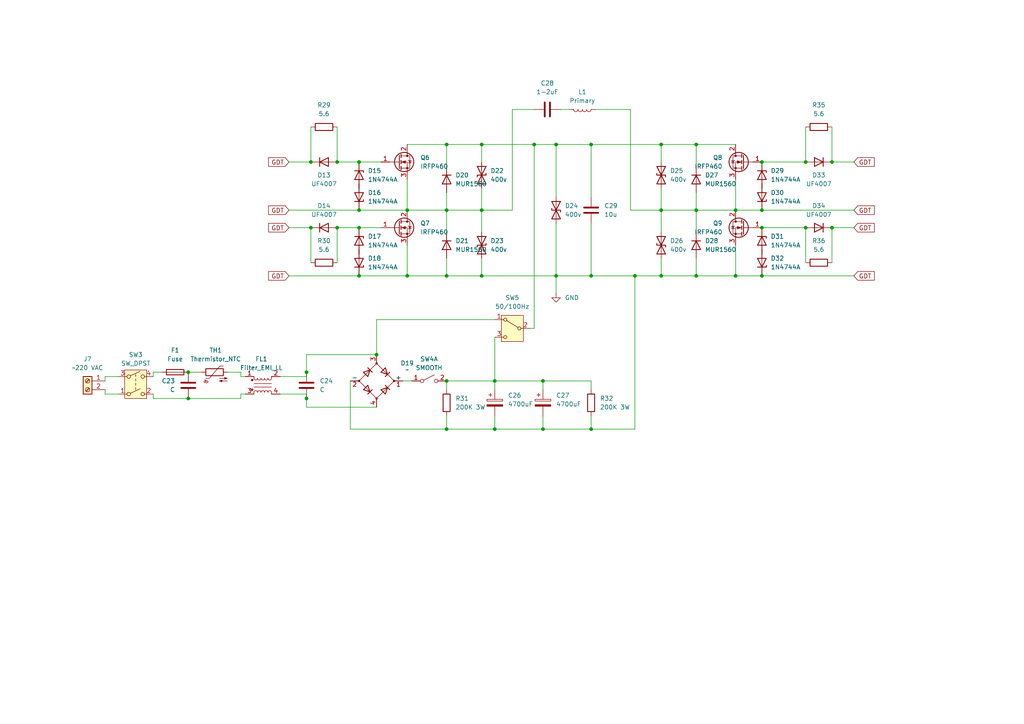
<source format=kicad_sch>
(kicad_sch (version 20231120) (generator "eeschema") (generator_version "8.0")
  (paper "A4")
  (title_block (title "HNaderi's PLL SSTC") (rev "2") (company "hnaderi.dev"))
  (lib_symbols
    (symbol "Connector:Screw_Terminal_01x02" (pin_names (offset 1.016) hide)
      (property "Reference" "J" (at 0 2.54 0))
      (property "Value" "Screw_Terminal_01x02" (at 0 -5.08 0))
      (symbol "Screw_Terminal_01x02_1_1"
        (rectangle (start -1.27 1.27) (end 1.27 -3.81) (stroke (width 0.254)) (fill (type background)))
        (circle (center 0 -2.54) (radius 0.635) (stroke (width 0.1524)))
        (polyline (pts (xy -0.5334 -2.2098) (xy 0.3302 -3.048)) (stroke (width 0.1524)))
        (polyline (pts (xy -0.5334 0.3302) (xy 0.3302 -0.508)) (stroke (width 0.1524)))
        (polyline (pts (xy -0.3556 -2.032) (xy 0.508 -2.8702)) (stroke (width 0.1524)))
        (polyline (pts (xy -0.3556 0.508) (xy 0.508 -0.3302)) (stroke (width 0.1524)))
        (circle (center 0 0) (radius 0.635) (stroke (width 0.1524)))
        (pin passive line (at -5.08 0 0) (length 3.81) (name "Pin_1") (number "1"))
        (pin passive line (at -5.08 -2.54 0) (length 3.81) (name "Pin_2") (number "2"))
      )
    )
    (symbol "Device:C" (pin_numbers hide) (pin_names (offset 0.254))
      (property "Reference" "C" (at 0.635 2.54 0))
      (property "Value" "C" (at 0.635 -2.54 0))
      (symbol "C_0_1"
        (polyline (pts (xy -2.032 -0.762) (xy 2.032 -0.762)) (stroke (width 0.508)))
        (polyline (pts (xy -2.032 0.762) (xy 2.032 0.762)) (stroke (width 0.508)))
      )
      (symbol "C_1_1"
        (pin passive line (at 0 3.81 270) (length 2.794) (name "~") (number "1"))
        (pin passive line (at 0 -3.81 90) (length 2.794) (name "~") (number "2"))
      )
    )
    (symbol "Device:C_Polarized" (pin_numbers hide) (pin_names (offset 0.254))
      (property "Reference" "C" (at 0.635 2.54 0))
      (property "Value" "C_Polarized" (at 0.635 -2.54 0))
      (symbol "C_Polarized_0_1"
        (rectangle (start -2.286 0.508) (end 2.286 1.016))
        (polyline (pts (xy -1.778 2.286) (xy -0.762 2.286)))
        (polyline (pts (xy -1.27 2.794) (xy -1.27 1.778)))
        (rectangle (start 2.286 -0.508) (end -2.286 -1.016) (fill (type outline)))
      )
      (symbol "C_Polarized_1_1"
        (pin passive line (at 0 3.81 270) (length 2.794) (name "~") (number "1"))
        (pin passive line (at 0 -3.81 90) (length 2.794) (name "~") (number "2"))
      )
    )
    (symbol "Device:D" (pin_numbers hide) (pin_names (offset 1.016) hide)
      (property "Reference" "D" (at 0 2.54 0))
      (property "Value" "D" (at 0 -2.54 0))
      (symbol "D_0_1"
        (polyline (pts (xy -1.27 1.27) (xy -1.27 -1.27)) (stroke (width 0.254)))
        (polyline (pts (xy 1.27 0) (xy -1.27 0)))
        (polyline (pts (xy 1.27 1.27) (xy 1.27 -1.27) (xy -1.27 0) (xy 1.27 1.27)) (stroke (width 0.254)))
      )
      (symbol "D_1_1"
        (pin passive line (at -3.81 0 0) (length 2.54) (name "K") (number "1"))
        (pin passive line (at 3.81 0 180) (length 2.54) (name "A") (number "2"))
      )
    )
    (symbol "Device:D_Bridge_+-AA" (pin_names (offset 0))
      (property "Reference" "D" (at 2.54 6.985 0))
      (property "Value" "D_Bridge_+-AA" (at 2.54 5.08 0))
      (symbol "D_Bridge_+-AA_0_1"
        (circle (center -5.08 0) (radius 0.254) (fill (type outline)))
        (circle (center 0 -5.08) (radius 0.254) (fill (type outline)))
        (polyline (pts (xy -2.54 3.81) (xy -1.27 2.54)) (stroke (width 0.254)))
        (polyline (pts (xy -1.27 -2.54) (xy -2.54 -3.81)) (stroke (width 0.254)))
        (polyline (pts (xy 2.54 -1.27) (xy 3.81 -2.54)) (stroke (width 0.254)))
        (polyline (pts (xy 2.54 1.27) (xy 3.81 2.54)) (stroke (width 0.254)))
        (polyline (pts (xy -3.81 2.54) (xy -2.54 1.27) (xy -1.905 3.175) (xy -3.81 2.54)) (stroke (width 0.254)))
        (polyline (pts (xy -2.54 -1.27) (xy -3.81 -2.54) (xy -1.905 -3.175) (xy -2.54 -1.27)) (stroke (width 0.254)))
        (polyline (pts (xy 1.27 2.54) (xy 2.54 3.81) (xy 3.175 1.905) (xy 1.27 2.54)) (stroke (width 0.254)))
        (polyline (pts (xy 3.175 -1.905) (xy 1.27 -2.54) (xy 2.54 -3.81) (xy 3.175 -1.905)) (stroke (width 0.254)))
        (polyline (pts (xy -5.08 0) (xy 0 -5.08) (xy 5.08 0) (xy 0 5.08) (xy -5.08 0)))
        (circle (center 0 5.08) (radius 0.254) (fill (type outline)))
        (circle (center 5.08 0) (radius 0.254) (fill (type outline)))
      )
      (symbol "D_Bridge_+-AA_1_1"
        (pin passive line (at 7.62 0 180) (length 2.54) (name "+") (number "1"))
        (pin passive line (at -7.62 0 0) (length 2.54) (name "-") (number "2"))
        (pin passive line (at 0 7.62 270) (length 2.54) (name "~") (number "3"))
        (pin passive line (at 0 -7.62 90) (length 2.54) (name "~") (number "4"))
      )
    )
    (symbol "Device:D_TVS" (pin_numbers hide) (pin_names (offset 1.016) hide)
      (property "Reference" "D" (at 0 2.54 0))
      (property "Value" "D_TVS" (at 0 -2.54 0))
      (symbol "D_TVS_0_1"
        (polyline (pts (xy 1.27 0) (xy -1.27 0)))
        (polyline (pts (xy 0.508 1.27) (xy 0 1.27) (xy 0 -1.27) (xy -0.508 -1.27)) (stroke (width 0.254)))
        (polyline (pts (xy -2.54 1.27) (xy -2.54 -1.27) (xy 2.54 1.27) (xy 2.54 -1.27) (xy -2.54 1.27)) (stroke (width 0.254)))
      )
      (symbol "D_TVS_1_1"
        (pin passive line (at -3.81 0 0) (length 2.54) (name "A1") (number "1"))
        (pin passive line (at 3.81 0 180) (length 2.54) (name "A2") (number "2"))
      )
    )
    (symbol "Device:Filter_EMI_LL" (pin_names (offset 0.254) hide)
      (property "Reference" "FL" (at 0 4.445 0))
      (property "Value" "Filter_EMI_LL" (at 0 -4.445 0))
      (symbol "Filter_EMI_LL_0_1"
        (circle (center -3.048 -1.27) (radius 0.254) (fill (type outline)))
        (circle (center -3.048 1.524) (radius 0.254) (fill (type outline)))
        (arc (start -2.54 2.032) (mid -2.032 1.5262) (end -1.524 2.032))
        (arc (start -1.524 -2.032) (mid -2.032 -1.5262) (end -2.54 -2.032))
        (arc (start -1.524 2.032) (mid -1.016 1.5262) (end -0.508 2.032))
        (arc (start -0.508 -2.032) (mid -1.016 -1.5262) (end -1.524 -2.032))
        (arc (start -0.508 2.032) (mid 0 1.5262) (end 0.508 2.032))
        (polyline (pts (xy -2.54 -2.032) (xy -2.54 -2.54)))
        (polyline (pts (xy -2.54 0.508) (xy 2.54 0.508)))
        (polyline (pts (xy -2.54 2.032) (xy -2.54 2.54)))
        (polyline (pts (xy 2.54 -2.032) (xy 2.54 -2.54)))
        (polyline (pts (xy 2.54 -0.508) (xy -2.54 -0.508)))
        (polyline (pts (xy 2.54 2.54) (xy 2.54 2.032)))
        (arc (start 0.508 -2.032) (mid 0 -1.5262) (end -0.508 -2.032))
        (arc (start 0.508 2.032) (mid 1.016 1.5262) (end 1.524 2.032))
        (arc (start 1.524 -2.032) (mid 1.016 -1.5262) (end 0.508 -2.032))
        (arc (start 1.524 2.032) (mid 2.032 1.5262) (end 2.54 2.032))
        (arc (start 2.54 -2.032) (mid 2.032 -1.5262) (end 1.524 -2.032))
      )
      (symbol "Filter_EMI_LL_1_1"
        (pin passive line (at -5.08 2.54 0) (length 2.54) (name "1") (number "1"))
        (pin passive line (at 5.08 2.54 180) (length 2.54) (name "2") (number "2"))
        (pin passive line (at -5.08 -2.54 0) (length 2.54) (name "3") (number "3"))
        (pin passive line (at 5.08 -2.54 180) (length 2.54) (name "4") (number "4"))
      )
    )
    (symbol "Device:Fuse" (pin_numbers hide) (pin_names (offset 0))
      (property "Reference" "F" (at 2.032 0 90))
      (property "Value" "Fuse" (at -1.905 0 90))
      (symbol "Fuse_0_1"
        (rectangle (start -0.762 -2.54) (end 0.762 2.54) (stroke (width 0.254)))
        (polyline (pts (xy 0 2.54) (xy 0 -2.54)))
      )
      (symbol "Fuse_1_1"
        (pin passive line (at 0 3.81 270) (length 1.27) (name "~") (number "1"))
        (pin passive line (at 0 -3.81 90) (length 1.27) (name "~") (number "2"))
      )
    )
    (symbol "Device:L" (pin_numbers hide) (pin_names (offset 1.016) hide)
      (property "Reference" "L" (at -1.27 0 90))
      (property "Value" "L" (at 1.905 0 90))
      (symbol "L_0_1"
        (arc (start 0 -2.54) (mid 0.6323 -1.905) (end 0 -1.27))
        (arc (start 0 -1.27) (mid 0.6323 -0.635) (end 0 0))
        (arc (start 0 0) (mid 0.6323 0.635) (end 0 1.27))
        (arc (start 0 1.27) (mid 0.6323 1.905) (end 0 2.54))
      )
      (symbol "L_1_1"
        (pin passive line (at 0 3.81 270) (length 1.27) (name "1") (number "1"))
        (pin passive line (at 0 -3.81 90) (length 1.27) (name "2") (number "2"))
      )
    )
    (symbol "Device:Q_NMOS_GDS" (pin_names (offset 0) hide)
      (property "Reference" "Q" (at 5.08 1.27 0))
      (property "Value" "Q_NMOS_GDS" (at 5.08 -1.27 0))
      (symbol "Q_NMOS_GDS_0_1"
        (polyline (pts (xy 0.254 0) (xy -2.54 0)))
        (polyline (pts (xy 0.254 1.905) (xy 0.254 -1.905)) (stroke (width 0.254)))
        (polyline (pts (xy 0.762 -1.27) (xy 0.762 -2.286)) (stroke (width 0.254)))
        (polyline (pts (xy 0.762 0.508) (xy 0.762 -0.508)) (stroke (width 0.254)))
        (polyline (pts (xy 0.762 2.286) (xy 0.762 1.27)) (stroke (width 0.254)))
        (polyline (pts (xy 2.54 2.54) (xy 2.54 1.778)))
        (polyline (pts (xy 2.54 -2.54) (xy 2.54 0) (xy 0.762 0)))
        (polyline (pts (xy 0.762 -1.778) (xy 3.302 -1.778) (xy 3.302 1.778) (xy 0.762 1.778)))
        (polyline (pts (xy 1.016 0) (xy 2.032 0.381) (xy 2.032 -0.381) (xy 1.016 0)) (fill (type outline)))
        (polyline (pts (xy 2.794 0.508) (xy 2.921 0.381) (xy 3.683 0.381) (xy 3.81 0.254)))
        (polyline (pts (xy 3.302 0.381) (xy 2.921 -0.254) (xy 3.683 -0.254) (xy 3.302 0.381)))
        (circle (center 1.651 0) (radius 2.794) (stroke (width 0.254)))
        (circle (center 2.54 -1.778) (radius 0.254) (fill (type outline)))
        (circle (center 2.54 1.778) (radius 0.254) (fill (type outline)))
      )
      (symbol "Q_NMOS_GDS_1_1"
        (pin input line (at -5.08 0 0) (length 2.54) (name "G") (number "1"))
        (pin passive line (at 2.54 5.08 270) (length 2.54) (name "D") (number "2"))
        (pin passive line (at 2.54 -5.08 90) (length 2.54) (name "S") (number "3"))
      )
    )
    (symbol "Device:R" (pin_numbers hide) (pin_names (offset 0))
      (property "Reference" "R" (at 2.032 0 90))
      (property "Value" "R" (at 0 0 90))
      (symbol "R_0_1"
        (rectangle (start -1.016 -2.54) (end 1.016 2.54) (stroke (width 0.254)))
      )
      (symbol "R_1_1"
        (pin passive line (at 0 3.81 270) (length 1.27) (name "~") (number "1"))
        (pin passive line (at 0 -3.81 90) (length 1.27) (name "~") (number "2"))
      )
    )
    (symbol "Device:Thermistor_NTC" (pin_numbers hide) (pin_names (offset 0))
      (property "Reference" "TH" (at -4.445 0 90))
      (property "Value" "Thermistor_NTC" (at 3.175 0 90))
      (symbol "Thermistor_NTC_0_1"
        (arc (start -3.048 2.159) (mid -3.0495 2.3143) (end -3.175 2.413))
        (arc (start -3.048 2.159) (mid -2.9736 1.9794) (end -2.794 1.905))
        (arc (start -3.048 2.794) (mid -2.9736 2.6144) (end -2.794 2.54))
        (arc (start -2.794 1.905) (mid -2.6144 1.9794) (end -2.54 2.159))
        (arc (start -2.794 2.54) (mid -2.4393 2.5587) (end -2.159 2.794))
        (arc (start -2.794 3.048) (mid -2.9736 2.9736) (end -3.048 2.794))
        (arc (start -2.54 2.794) (mid -2.6144 2.9736) (end -2.794 3.048))
        (rectangle (start -1.016 2.54) (end 1.016 -2.54) (stroke (width 0.254)))
        (polyline (pts (xy -2.54 2.159) (xy -2.54 2.794)))
        (polyline (pts (xy -1.778 2.54) (xy -1.778 1.524) (xy 1.778 -1.524) (xy 1.778 -2.54)))
        (polyline (pts (xy -2.54 -3.683) (xy -2.54 -1.397) (xy -2.794 -2.159) (xy -2.286 -2.159) (xy -2.54 -1.397) (xy -2.54 -1.651)) (fill (type outline)))
        (polyline (pts (xy -1.778 -1.397) (xy -1.778 -3.683) (xy -2.032 -2.921) (xy -1.524 -2.921) (xy -1.778 -3.683) (xy -1.778 -3.429)) (fill (type outline)))
      )
      (symbol "Thermistor_NTC_1_1"
        (pin passive line (at 0 3.81 270) (length 1.27) (name "~") (number "1"))
        (pin passive line (at 0 -3.81 90) (length 1.27) (name "~") (number "2"))
      )
    )
    (symbol "Diode:1N47xxA" (pin_numbers hide) (pin_names hide)
      (property "Reference" "D" (at 0 2.54 0))
      (property "Value" "1N47xxA" (at 0 -2.54 0))
      (symbol "1N47xxA_0_1"
        (polyline (pts (xy 1.27 0) (xy -1.27 0)))
        (polyline (pts (xy -1.27 -1.27) (xy -1.27 1.27) (xy -0.762 1.27)) (stroke (width 0.254)))
        (polyline (pts (xy 1.27 -1.27) (xy 1.27 1.27) (xy -1.27 0) (xy 1.27 -1.27)) (stroke (width 0.254)))
      )
      (symbol "1N47xxA_1_1"
        (pin passive line (at -3.81 0 0) (length 2.54) (name "K") (number "1"))
        (pin passive line (at 3.81 0 180) (length 2.54) (name "A") (number "2"))
      )
    )
    (symbol "Switch:SW_DPST" (pin_names (offset 0) hide)
      (property "Reference" "SW" (at 0 6.35 0))
      (property "Value" "SW_DPST" (at 0 -5.08 0))
      (symbol "SW_DPST_0_0"
        (circle (center -2.032 -2.54) (radius 0.508))
        (circle (center -2.032 2.54) (radius 0.508))
        (polyline (pts (xy -1.524 -2.286) (xy 1.27 -1.016)))
        (polyline (pts (xy -1.524 2.794) (xy 1.27 4.064)))
        (polyline (pts (xy 0 -1.27) (xy 0 -0.635)))
        (polyline (pts (xy 0 0) (xy 0 0.635)))
        (polyline (pts (xy 0 1.27) (xy 0 1.905)))
        (polyline (pts (xy 0 2.54) (xy 0 3.175)))
        (circle (center 2.032 -2.54) (radius 0.508))
        (circle (center 2.032 2.54) (radius 0.508))
      )
      (symbol "SW_DPST_1_1"
        (rectangle (start -3.175 4.445) (end 3.175 -3.81) (fill (type background)))
        (pin passive line (at -5.08 -2.54 0) (length 2.54) (name "1") (number "1"))
        (pin passive line (at 5.08 -2.54 180) (length 2.54) (name "2") (number "2"))
        (pin passive line (at -5.08 2.54 0) (length 2.54) (name "3") (number "3"))
        (pin passive line (at 5.08 2.54 180) (length 2.54) (name "4") (number "4"))
      )
    )
    (symbol "Switch:SW_DPST_x2" (pin_names (offset 0) hide)
      (property "Reference" "SW" (at 0 3.175 0))
      (property "Value" "SW_DPST_x2" (at 0 -2.54 0))
      (symbol "SW_DPST_x2_0_0"
        (circle (center -2.032 0) (radius 0.508))
        (polyline (pts (xy -1.524 0.254) (xy 1.524 1.778)))
        (circle (center 2.032 0) (radius 0.508))
      )
      (symbol "SW_DPST_x2_1_1"
        (pin passive line (at -5.08 0 0) (length 2.54) (name "A") (number "1"))
        (pin passive line (at 5.08 0 180) (length 2.54) (name "B") (number "2"))
      )
      (symbol "SW_DPST_x2_2_1"
        (pin passive line (at -5.08 0 0) (length 2.54) (name "A") (number "3"))
        (pin passive line (at 5.08 0 180) (length 2.54) (name "B") (number "4"))
      )
    )
    (symbol "Switch:SW_SPDT" (pin_names (offset 0) hide)
      (property "Reference" "SW" (at 0 5.08 0))
      (property "Value" "SW_SPDT" (at 0 -5.08 0))
      (symbol "SW_SPDT_0_1"
        (circle (center -2.032 0) (radius 0.4572))
        (polyline (pts (xy -1.651 0.254) (xy 1.651 2.286)))
        (circle (center 2.032 -2.54) (radius 0.4572))
        (circle (center 2.032 2.54) (radius 0.4572))
      )
      (symbol "SW_SPDT_1_1"
        (rectangle (start -3.175 3.81) (end 3.175 -3.81) (fill (type background)))
        (pin passive line (at 5.08 2.54 180) (length 2.54) (name "A") (number "1"))
        (pin passive line (at -5.08 0 0) (length 2.54) (name "B") (number "2"))
        (pin passive line (at 5.08 -2.54 180) (length 2.54) (name "C") (number "3"))
      )
    )
    (symbol "power:GND" (power) (pin_numbers hide) (pin_names (offset 0) hide)
      (property "Value" "GND" (at 0 -3.81 0))
      (symbol "GND_0_1"
        (polyline (pts (xy 0 0) (xy 0 -1.27) (xy 1.27 -1.27) (xy 0 -2.54) (xy -1.27 -1.27) (xy 0 -1.27)))
      )
      (symbol "GND_1_1"
        (pin power_in line (at 0 0 270) (length 0) (name "~") (number "1"))
      )
    )
  )
  (junction (at 139.7 80.01))
  (junction (at 104.14 60.96))
  (junction (at 104.14 46.99))
  (junction (at 143.51 110.49))
  (junction (at 129.54 110.49))
  (junction (at 97.79 46.99))
  (junction (at 97.79 66.04))
  (junction (at 191.77 80.01))
  (junction (at 213.36 60.96))
  (junction (at 220.98 60.96))
  (junction (at 191.77 60.96))
  (junction (at 90.17 66.04))
  (junction (at 161.29 80.01))
  (junction (at 241.3 46.99))
  (junction (at 129.54 80.01))
  (junction (at 129.54 60.96))
  (junction (at 88.9 115.57))
  (junction (at 241.3 66.04))
  (junction (at 220.98 80.01))
  (junction (at 191.77 41.91))
  (junction (at 161.29 41.91))
  (junction (at 233.68 66.04))
  (junction (at 201.93 80.01))
  (junction (at 154.94 41.91))
  (junction (at 129.54 41.91))
  (junction (at 201.93 41.91))
  (junction (at 88.9 107.95))
  (junction (at 213.36 80.01))
  (junction (at 184.15 80.01))
  (junction (at 104.14 66.04))
  (junction (at 109.22 102.87))
  (junction (at 157.48 110.49))
  (junction (at 143.51 124.46))
  (junction (at 118.11 60.96))
  (junction (at 54.61 115.57))
  (junction (at 129.54 124.46))
  (junction (at 54.61 107.95))
  (junction (at 220.98 66.04))
  (junction (at 171.45 80.01))
  (junction (at 90.17 46.99))
  (junction (at 118.11 80.01))
  (junction (at 171.45 41.91))
  (junction (at 139.7 41.91))
  (junction (at 201.93 60.96))
  (junction (at 139.7 60.96))
  (junction (at 157.48 124.46))
  (junction (at 220.98 46.99))
  (junction (at 171.45 124.46))
  (junction (at 233.68 46.99))
  (junction (at 104.14 80.01))
  (wire (pts (xy 184.15 80.01) (xy 191.77 80.01)))
  (wire (pts (xy 83.82 60.96) (xy 104.14 60.96)))
  (wire (pts (xy 143.51 124.46) (xy 157.48 124.46)))
  (wire (pts (xy 69.85 114.3) (xy 71.12 114.3)))
  (wire (pts (xy 44.45 107.95) (xy 46.99 107.95)))
  (wire (pts (xy 54.61 115.57) (xy 69.85 115.57)))
  (wire (pts (xy 139.7 41.91) (xy 154.94 41.91)))
  (wire (pts (xy 143.51 124.46) (xy 143.51 120.65)))
  (wire (pts (xy 104.14 46.99) (xy 110.49 46.99)))
  (wire (pts (xy 171.45 124.46) (xy 184.15 124.46)))
  (wire (pts (xy 182.88 60.96) (xy 191.77 60.96)))
  (wire (pts (xy 83.82 80.01) (xy 104.14 80.01)))
  (wire (pts (xy 191.77 80.01) (xy 201.93 80.01)))
  (wire (pts (xy 143.51 110.49) (xy 157.48 110.49)))
  (wire (pts (xy 118.11 71.12) (xy 118.11 80.01)))
  (wire (pts (xy 154.94 41.91) (xy 161.29 41.91)))
  (wire (pts (xy 154.94 41.91) (xy 154.94 95.25)))
  (wire (pts (xy 69.85 115.57) (xy 69.85 114.3)))
  (wire (pts (xy 213.36 41.91) (xy 201.93 41.91)))
  (wire (pts (xy 157.48 124.46) (xy 157.48 120.65)))
  (wire (pts (xy 118.11 80.01) (xy 129.54 80.01)))
  (wire (pts (xy 129.54 110.49) (xy 143.51 110.49)))
  (wire (pts (xy 88.9 109.22) (xy 88.9 107.95)))
  (wire (pts (xy 88.9 102.87) (xy 88.9 107.95)))
  (wire (pts (xy 161.29 41.91) (xy 171.45 41.91)))
  (wire (pts (xy 90.17 46.99) (xy 90.17 36.83)))
  (wire (pts (xy 104.14 60.96) (xy 118.11 60.96)))
  (wire (pts (xy 247.65 66.04) (xy 241.3 66.04)))
  (wire (pts (xy 139.7 80.01) (xy 129.54 80.01)))
  (wire (pts (xy 161.29 64.77) (xy 161.29 80.01)))
  (wire (pts (xy 118.11 41.91) (xy 129.54 41.91)))
  (wire (pts (xy 71.12 109.22) (xy 69.85 109.22)))
  (wire (pts (xy 143.51 97.79) (xy 143.51 110.49)))
  (wire (pts (xy 201.93 74.93) (xy 201.93 80.01)))
  (wire (pts (xy 161.29 85.09) (xy 161.29 80.01)))
  (wire (pts (xy 220.98 66.04) (xy 233.68 66.04)))
  (wire (pts (xy 30.48 110.49) (xy 30.48 109.22)))
  (wire (pts (xy 213.36 71.12) (xy 213.36 80.01)))
  (wire (pts (xy 213.36 52.07) (xy 213.36 60.96)))
  (wire (pts (xy 97.79 46.99) (xy 104.14 46.99)))
  (wire (pts (xy 233.68 46.99) (xy 233.68 36.83)))
  (wire (pts (xy 101.6 124.46) (xy 101.6 110.49)))
  (wire (pts (xy 139.7 54.61) (xy 139.7 60.96)))
  (wire (pts (xy 129.54 124.46) (xy 129.54 120.65)))
  (wire (pts (xy 109.22 92.71) (xy 109.22 102.87)))
  (wire (pts (xy 213.36 80.01) (xy 201.93 80.01)))
  (wire (pts (xy 104.14 72.39) (xy 104.14 73.66)))
  (wire (pts (xy 44.45 115.57) (xy 44.45 114.3)))
  (wire (pts (xy 171.45 110.49) (xy 171.45 113.03)))
  (wire (pts (xy 81.28 114.3) (xy 88.9 114.3)))
  (wire (pts (xy 171.45 57.15) (xy 171.45 41.91)))
  (wire (pts (xy 191.77 41.91) (xy 201.93 41.91)))
  (wire (pts (xy 139.7 80.01) (xy 161.29 80.01)))
  (wire (pts (xy 104.14 80.01) (xy 118.11 80.01)))
  (wire (pts (xy 44.45 115.57) (xy 54.61 115.57)))
  (wire (pts (xy 88.9 115.57) (xy 88.9 118.11)))
  (wire (pts (xy 233.68 76.2) (xy 233.68 66.04)))
  (wire (pts (xy 30.48 114.3) (xy 30.48 113.03)))
  (wire (pts (xy 247.65 46.99) (xy 241.3 46.99)))
  (wire (pts (xy 161.29 57.15) (xy 161.29 41.91)))
  (wire (pts (xy 97.79 46.99) (xy 97.79 36.83)))
  (wire (pts (xy 241.3 66.04) (xy 241.3 76.2)))
  (wire (pts (xy 154.94 95.25) (xy 153.67 95.25)))
  (wire (pts (xy 101.6 124.46) (xy 129.54 124.46)))
  (wire (pts (xy 148.59 60.96) (xy 139.7 60.96)))
  (wire (pts (xy 88.9 114.3) (xy 88.9 115.57)))
  (wire (pts (xy 104.14 53.34) (xy 104.14 54.61)))
  (wire (pts (xy 220.98 46.99) (xy 233.68 46.99)))
  (wire (pts (xy 143.51 110.49) (xy 143.51 113.03)))
  (wire (pts (xy 171.45 80.01) (xy 184.15 80.01)))
  (wire (pts (xy 69.85 109.22) (xy 69.85 107.95)))
  (wire (pts (xy 83.82 66.04) (xy 90.17 66.04)))
  (wire (pts (xy 191.77 60.96) (xy 201.93 60.96)))
  (wire (pts (xy 161.29 80.01) (xy 171.45 80.01)))
  (wire (pts (xy 157.48 110.49) (xy 157.48 113.03)))
  (wire (pts (xy 201.93 67.31) (xy 201.93 60.96)))
  (wire (pts (xy 184.15 124.46) (xy 184.15 80.01)))
  (wire (pts (xy 191.77 46.99) (xy 191.77 41.91)))
  (wire (pts (xy 116.84 110.49) (xy 119.38 110.49)))
  (wire (pts (xy 201.93 55.88) (xy 201.93 60.96)))
  (wire (pts (xy 139.7 46.99) (xy 139.7 41.91)))
  (wire (pts (xy 154.94 31.75) (xy 148.59 31.75)))
  (wire (pts (xy 171.45 64.77) (xy 171.45 80.01)))
  (wire (pts (xy 213.36 80.01) (xy 220.98 80.01)))
  (wire (pts (xy 139.7 74.93) (xy 139.7 80.01)))
  (wire (pts (xy 88.9 102.87) (xy 109.22 102.87)))
  (wire (pts (xy 104.14 66.04) (xy 110.49 66.04)))
  (wire (pts (xy 191.77 67.31) (xy 191.77 60.96)))
  (wire (pts (xy 148.59 31.75) (xy 148.59 60.96)))
  (wire (pts (xy 139.7 41.91) (xy 129.54 41.91)))
  (wire (pts (xy 58.42 107.95) (xy 54.61 107.95)))
  (wire (pts (xy 69.85 107.95) (xy 66.04 107.95)))
  (wire (pts (xy 201.93 48.26) (xy 201.93 41.91)))
  (wire (pts (xy 191.77 54.61) (xy 191.77 60.96)))
  (wire (pts (xy 241.3 46.99) (xy 241.3 36.83)))
  (wire (pts (xy 157.48 110.49) (xy 171.45 110.49)))
  (wire (pts (xy 129.54 74.93) (xy 129.54 80.01)))
  (wire (pts (xy 220.98 80.01) (xy 247.65 80.01)))
  (wire (pts (xy 44.45 109.22) (xy 44.45 107.95)))
  (wire (pts (xy 220.98 72.39) (xy 220.98 73.66)))
  (wire (pts (xy 109.22 92.71) (xy 143.51 92.71)))
  (wire (pts (xy 129.54 113.03) (xy 129.54 110.49)))
  (wire (pts (xy 129.54 55.88) (xy 129.54 60.96)))
  (wire (pts (xy 213.36 60.96) (xy 201.93 60.96)))
  (wire (pts (xy 118.11 60.96) (xy 129.54 60.96)))
  (wire (pts (xy 118.11 52.07) (xy 118.11 60.96)))
  (wire (pts (xy 90.17 66.04) (xy 90.17 76.2)))
  (wire (pts (xy 129.54 48.26) (xy 129.54 41.91)))
  (wire (pts (xy 171.45 41.91) (xy 191.77 41.91)))
  (wire (pts (xy 109.22 118.11) (xy 88.9 118.11)))
  (wire (pts (xy 157.48 124.46) (xy 171.45 124.46)))
  (wire (pts (xy 220.98 53.34) (xy 220.98 54.61)))
  (wire (pts (xy 182.88 31.75) (xy 182.88 60.96)))
  (wire (pts (xy 30.48 114.3) (xy 34.29 114.3)))
  (wire (pts (xy 220.98 60.96) (xy 247.65 60.96)))
  (wire (pts (xy 30.48 109.22) (xy 34.29 109.22)))
  (wire (pts (xy 139.7 60.96) (xy 129.54 60.96)))
  (wire (pts (xy 83.82 46.99) (xy 90.17 46.99)))
  (wire (pts (xy 97.79 76.2) (xy 97.79 66.04)))
  (wire (pts (xy 171.45 120.65) (xy 171.45 124.46)))
  (wire (pts (xy 172.72 31.75) (xy 182.88 31.75)))
  (wire (pts (xy 191.77 74.93) (xy 191.77 80.01)))
  (wire (pts (xy 139.7 67.31) (xy 139.7 60.96)))
  (wire (pts (xy 129.54 67.31) (xy 129.54 60.96)))
  (wire (pts (xy 129.54 124.46) (xy 143.51 124.46)))
  (wire (pts (xy 213.36 60.96) (xy 220.98 60.96)))
  (wire (pts (xy 104.14 66.04) (xy 97.79 66.04)))
  (wire (pts (xy 165.1 31.75) (xy 162.56 31.75)))
  (wire (pts (xy 81.28 109.22) (xy 88.9 109.22)))
  (global_label "GDT" (shape input) (at 247.65 80.01 0) (property "Intersheetrefs" "${INTERSHEET_REFS}" (effects (hide yes))))
  (global_label "GDT" (shape input) (at 247.65 66.04 0) (property "Intersheetrefs" "${INTERSHEET_REFS}" (effects (hide yes))))
  (global_label "GDT" (shape input) (at 83.82 66.04 180) (property "Intersheetrefs" "${INTERSHEET_REFS}" (effects (hide yes))))
  (global_label "GDT" (shape input) (at 247.65 60.96 0) (property "Intersheetrefs" "${INTERSHEET_REFS}" (effects (hide yes))))
  (global_label "GDT" (shape input) (at 83.82 60.96 180) (property "Intersheetrefs" "${INTERSHEET_REFS}" (effects (hide yes))))
  (global_label "GDT" (shape input) (at 83.82 80.01 180) (property "Intersheetrefs" "${INTERSHEET_REFS}" (effects (hide yes))))
  (global_label "GDT" (shape input) (at 83.82 46.99 180) (property "Intersheetrefs" "${INTERSHEET_REFS}" (effects (hide yes))))
  (global_label "GDT" (shape input) (at 247.65 46.99 0) (property "Intersheetrefs" "${INTERSHEET_REFS}" (effects (hide yes))))
  (symbol (lib_id "Device:C") (at 158.75 31.75 270) (unit 1)
    (property "Reference" "C28" (at 158.75 24.13 90))
    (property "Value" "1-2uF" (at 158.75 26.67 90))
    (property "Description" "Unpolarized capacitor" (effects (hide yes)))
  )
  (symbol (lib_id "Diode:1N47xxA") (at 104.14 76.2 270) (mirror x) (unit 1)
    (property "Reference" "D18" (at 106.68 74.9299 90) (effects (justify left)))
    (property "Value" "1N4744A" (at 106.68 77.4699 90) (effects (justify left)))
    (property "Footprint" "Diode_THT:D_DO-41_SOD81_P10.16mm_Horizontal" (effects (hide yes)))
    (property "Datasheet" "https://www.vishay.com/docs/85816/1n4728a.pdf" (effects (hide yes)))
    (property "Description" "1300mW Silicon planar power Zener diodes, DO-41" (effects (hide yes)))
  )
  (symbol (lib_id "Device:C_Polarized") (at 143.51 116.84 0) (unit 1)
    (property "Reference" "C26" (at 147.32 114.6809 0) (effects (justify left)))
    (property "Value" "4700uF" (at 147.32 117.2209 0) (effects (justify left)))
    (property "Description" "Polarized capacitor" (effects (hide yes)))
  )
  (symbol (lib_id "Diode:1N47xxA") (at 220.98 76.2 270) (mirror x) (unit 1)
    (property "Reference" "D32" (at 223.52 74.9299 90) (effects (justify left)))
    (property "Value" "1N4744A" (at 223.52 77.4699 90) (effects (justify left)))
    (property "Footprint" "Diode_THT:D_DO-41_SOD81_P10.16mm_Horizontal" (effects (hide yes)))
    (property "Datasheet" "https://www.vishay.com/docs/85816/1n4728a.pdf" (effects (hide yes)))
    (property "Description" "1300mW Silicon planar power Zener diodes, DO-41" (effects (hide yes)))
  )
  (symbol (lib_id "Device:D_TVS") (at 191.77 50.8 270) (unit 1)
    (property "Reference" "D25" (at 194.31 49.5299 90) (effects (justify left)))
    (property "Value" "400v" (at 194.31 52.0699 90) (effects (justify left)))
    (property "Description" "Bidirectional transient-voltage-suppression diode" (effects (hide yes)))
  )
  (symbol (lib_id "Device:Q_NMOS_GDS") (at 115.57 46.99 0) (unit 1)
    (property "Reference" "Q6" (at 121.92 45.7199 0) (effects (justify left)))
    (property "Value" "IRFP460" (at 121.92 48.2599 0) (effects (justify left)))
    (property "Footprint" "Package_TO_SOT_THT:TO-247-3_Vertical" (effects (hide yes)))
    (property "Datasheet" "https://www.vishay.com/docs/91237/91237.pdf" (effects (hide yes)))
    (property "Description" "N-MOSFET transistor, gate/drain/source" (effects (hide yes)))
  )
  (symbol (lib_id "Switch:SW_DPST_x2") (at 124.46 110.49 0) (unit 1)
    (property "Reference" "SW4" (at 124.46 104.14 0))
    (property "Value" "SMOOTH" (at 124.46 106.68 0))
    (property "Description" "Single Pole Single Throw (SPST) switch, separate symbol" (effects (hide yes)))
  )
  (symbol (lib_id "power:GND") (at 161.29 85.09 0) (unit 1)
    (property "Reference" "#PWR044" (effects (hide yes)))
    (property "Value" "GND" (at 163.83 86.3599 0) (effects (justify left)))
    (property "Description" "Power symbol creates a global label with name \"GND\" , ground" (effects (hide yes)))
  )
  (symbol (lib_id "Device:Q_NMOS_GDS") (at 115.57 66.04 0) (unit 1)
    (property "Reference" "Q7" (at 121.92 64.7699 0) (effects (justify left)))
    (property "Value" "IRFP460" (at 121.92 67.3099 0) (effects (justify left)))
    (property "Footprint" "Package_TO_SOT_THT:TO-247-3_Vertical" (effects (hide yes)))
    (property "Datasheet" "https://www.vishay.com/docs/91237/91237.pdf" (effects (hide yes)))
    (property "Description" "N-MOSFET transistor, gate/drain/source" (effects (hide yes)))
  )
  (symbol (lib_id "Device:D") (at 201.93 52.07 90) (mirror x) (unit 1)
    (property "Reference" "D27" (at 204.47 50.7999 90) (effects (justify right)))
    (property "Value" "MUR1560" (at 204.47 53.3399 90) (effects (justify right)))
    (property "Footprint" "Package_TO_SOT_THT:TO-220-2_Vertical" (effects (hide yes)))
    (property "Datasheet" "https://www.onsemi.com/pdf/datasheet/mur1520-d.pdf" (effects (hide yes)))
    (property "Description" "Diode" (effects (hide yes)))
    (property "Sim.Device" "D" (effects (hide yes)))
    (property "Sim.Pins" "1=K 2=A" (effects (hide yes)))
  )
  (symbol (lib_id "Device:R") (at 237.49 76.2 270) (unit 1)
    (property "Reference" "R36" (at 237.49 69.85 90))
    (property "Value" "5.6" (at 237.49 72.39 90))
    (property "Description" "Resistor" (effects (hide yes)))
  )
  (symbol (lib_id "Device:D_Bridge_+-AA") (at 109.22 110.49 0) (unit 1)
    (property "Reference" "D19" (at 118.11 105.3398 0))
    (property "Value" "~" (at 118.11 107.2449 0))
    (property "Description" "Diode bridge, +ve/-ve/AC/AC" (effects (hide yes)))
  )
  (symbol (lib_id "Device:D_TVS") (at 161.29 60.96 270) (unit 1)
    (property "Reference" "D24" (at 163.83 59.6899 90) (effects (justify left)))
    (property "Value" "400v" (at 163.83 62.2299 90) (effects (justify left)))
    (property "Description" "Bidirectional transient-voltage-suppression diode" (effects (hide yes)))
  )
  (symbol (lib_id "Device:D") (at 129.54 71.12 90) (mirror x) (unit 1)
    (property "Reference" "D21" (at 132.08 69.8499 90) (effects (justify right)))
    (property "Value" "MUR1560" (at 132.08 72.3899 90) (effects (justify right)))
    (property "Footprint" "Package_TO_SOT_THT:TO-220-2_Vertical" (effects (hide yes)))
    (property "Datasheet" "https://www.onsemi.com/pdf/datasheet/mur1520-d.pdf" (effects (hide yes)))
    (property "Description" "Diode" (effects (hide yes)))
    (property "Sim.Device" "D" (effects (hide yes)))
    (property "Sim.Pins" "1=K 2=A" (effects (hide yes)))
  )
  (symbol (lib_id "Diode:1N47xxA") (at 220.98 57.15 270) (mirror x) (unit 1)
    (property "Reference" "D30" (at 223.52 55.8799 90) (effects (justify left)))
    (property "Value" "1N4744A" (at 223.52 58.4199 90) (effects (justify left)))
    (property "Footprint" "Diode_THT:D_DO-41_SOD81_P10.16mm_Horizontal" (effects (hide yes)))
    (property "Datasheet" "https://www.vishay.com/docs/85816/1n4728a.pdf" (effects (hide yes)))
    (property "Description" "1300mW Silicon planar power Zener diodes, DO-41" (effects (hide yes)))
  )
  (symbol (lib_id "Diode:1N47xxA") (at 220.98 50.8 270) (unit 1)
    (property "Reference" "D29" (at 223.52 49.5299 90) (effects (justify left)))
    (property "Value" "1N4744A" (at 223.52 52.0699 90) (effects (justify left)))
    (property "Footprint" "Diode_THT:D_DO-41_SOD81_P10.16mm_Horizontal" (effects (hide yes)))
    (property "Datasheet" "https://www.vishay.com/docs/85816/1n4728a.pdf" (effects (hide yes)))
    (property "Description" "1300mW Silicon planar power Zener diodes, DO-41" (effects (hide yes)))
  )
  (symbol (lib_id "Device:R") (at 93.98 36.83 90) (unit 1)
    (property "Reference" "R29" (at 93.98 30.48 90))
    (property "Value" "5.6" (at 93.98 33.02 90))
    (property "Description" "Resistor" (effects (hide yes)))
  )
  (symbol (lib_id "Device:C") (at 88.9 111.76 0) (unit 1)
    (property "Reference" "C24" (at 92.71 110.4899 0) (effects (justify left)))
    (property "Value" "C" (at 92.71 113.0299 0) (effects (justify left)))
    (property "Description" "Unpolarized capacitor" (effects (hide yes)))
  )
  (symbol (lib_id "Device:Fuse") (at 50.8 107.95 270) (unit 1)
    (property "Reference" "F1" (at 50.8 101.6 90))
    (property "Value" "Fuse" (at 50.8 104.14 90))
    (property "Description" "Fuse" (effects (hide yes)))
  )
  (symbol (lib_id "Device:D") (at 201.93 71.12 90) (mirror x) (unit 1)
    (property "Reference" "D28" (at 204.47 69.8499 90) (effects (justify right)))
    (property "Value" "MUR1560" (at 204.47 72.3899 90) (effects (justify right)))
    (property "Footprint" "Package_TO_SOT_THT:TO-220-2_Vertical" (effects (hide yes)))
    (property "Datasheet" "https://www.onsemi.com/pdf/datasheet/mur1520-d.pdf" (effects (hide yes)))
    (property "Description" "Diode" (effects (hide yes)))
    (property "Sim.Device" "D" (effects (hide yes)))
    (property "Sim.Pins" "1=K 2=A" (effects (hide yes)))
  )
  (symbol (lib_id "Device:Q_NMOS_GDS") (at 215.9 66.04 0) (mirror y) (unit 1)
    (property "Reference" "Q9" (at 209.55 64.7699 0) (effects (justify left)))
    (property "Value" "IRFP460" (at 209.55 67.3099 0) (effects (justify left)))
    (property "Footprint" "Package_TO_SOT_THT:TO-247-3_Vertical" (effects (hide yes)))
    (property "Datasheet" "https://www.vishay.com/docs/91237/91237.pdf" (effects (hide yes)))
    (property "Description" "N-MOSFET transistor, gate/drain/source" (effects (hide yes)))
  )
  (symbol (lib_id "Device:C") (at 54.61 111.76 0) (unit 1)
    (property "Reference" "C23" (at 50.8 110.4899 0) (effects (justify right)))
    (property "Value" "C" (at 50.8 113.0299 0) (effects (justify right)))
    (property "Description" "Unpolarized capacitor" (effects (hide yes)))
  )
  (symbol (lib_id "Diode:1N47xxA") (at 104.14 69.85 270) (unit 1)
    (property "Reference" "D17" (at 106.68 68.5799 90) (effects (justify left)))
    (property "Value" "1N4744A" (at 106.68 71.1199 90) (effects (justify left)))
    (property "Footprint" "Diode_THT:D_DO-41_SOD81_P10.16mm_Horizontal" (effects (hide yes)))
    (property "Datasheet" "https://www.vishay.com/docs/85816/1n4728a.pdf" (effects (hide yes)))
    (property "Description" "1300mW Silicon planar power Zener diodes, DO-41" (effects (hide yes)))
  )
  (symbol (lib_id "Device:D") (at 237.49 46.99 0) (mirror y) (unit 1)
    (property "Reference" "D33" (at 237.49 50.8 0))
    (property "Value" "UF4007" (at 237.49 53.34 0))
    (property "Description" "Diode" (effects (hide yes)))
    (property "Sim.Device" "D" (effects (hide yes)))
    (property "Sim.Pins" "1=K 2=A" (effects (hide yes)))
  )
  (symbol (lib_id "Device:R") (at 171.45 116.84 0) (unit 1)
    (property "Reference" "R32" (at 173.99 115.5699 0) (effects (justify left)))
    (property "Value" "200K 3W" (at 173.99 118.1099 0) (effects (justify left)))
    (property "Description" "Resistor" (effects (hide yes)))
  )
  (symbol (lib_id "Device:D") (at 93.98 46.99 0) (unit 1)
    (property "Reference" "D13" (at 93.98 50.8 0))
    (property "Value" "UF4007" (at 93.98 53.34 0))
    (property "Description" "Diode" (effects (hide yes)))
    (property "Sim.Device" "D" (effects (hide yes)))
    (property "Sim.Pins" "1=K 2=A" (effects (hide yes)))
  )
  (symbol (lib_id "Switch:SW_DPST") (at 39.37 111.76 0) (unit 1)
    (property "Reference" "SW3" (at 39.37 102.87 0))
    (property "Value" "SW_DPST" (at 39.37 105.41 0))
    (property "Description" "Double Pole Single Throw (DPST) Switch" (effects (hide yes)))
  )
  (symbol (lib_id "Device:L") (at 168.91 31.75 270) (unit 1)
    (property "Reference" "L1" (at 168.91 26.67 90))
    (property "Value" "Primary" (at 168.91 29.21 90))
    (property "Description" "Inductor" (effects (hide yes)))
  )
  (symbol (lib_id "Device:R") (at 93.98 76.2 90) (mirror x) (unit 1)
    (property "Reference" "R30" (at 93.98 69.85 90))
    (property "Value" "5.6" (at 93.98 72.39 90))
    (property "Description" "Resistor" (effects (hide yes)))
  )
  (symbol (lib_id "Device:Thermistor_NTC") (at 62.23 107.95 90) (unit 1)
    (property "Reference" "TH1" (at 62.5475 101.6 90))
    (property "Value" "Thermistor_NTC" (at 62.5475 104.14 90))
    (property "Description" "Temperature dependent resistor, negative temperature coefficient" (effects (hide yes)))
  )
  (symbol (lib_id "Device:D") (at 93.98 66.04 0) (mirror x) (unit 1)
    (property "Reference" "D14" (at 93.98 59.69 0))
    (property "Value" "UF4007" (at 93.98 62.23 0))
    (property "Description" "Diode" (effects (hide yes)))
    (property "Sim.Device" "D" (effects (hide yes)))
    (property "Sim.Pins" "1=K 2=A" (effects (hide yes)))
  )
  (symbol (lib_id "Device:R") (at 129.54 116.84 0) (unit 1)
    (property "Reference" "R31" (at 132.08 115.5699 0) (effects (justify left)))
    (property "Value" "200K 3W" (at 132.08 118.1099 0) (effects (justify left)))
    (property "Description" "Resistor" (effects (hide yes)))
  )
  (symbol (lib_id "Device:Filter_EMI_LL") (at 76.2 111.76 0) (unit 1)
    (property "Reference" "FL1" (at 75.819 104.14 0))
    (property "Value" "Filter_EMI_LL" (at 75.819 106.68 0))
    (property "Description" "EMI 2-inductor filter" (effects (hide yes)))
  )
  (symbol (lib_id "Device:D") (at 237.49 66.04 180) (unit 1)
    (property "Reference" "D34" (at 237.49 59.69 0))
    (property "Value" "UF4007" (at 237.49 62.23 0))
    (property "Description" "Diode" (effects (hide yes)))
    (property "Sim.Device" "D" (effects (hide yes)))
    (property "Sim.Pins" "1=K 2=A" (effects (hide yes)))
  )
  (symbol (lib_id "Device:D") (at 129.54 52.07 90) (mirror x) (unit 1)
    (property "Reference" "D20" (at 132.08 50.7999 90) (effects (justify right)))
    (property "Value" "MUR1560" (at 132.08 53.3399 90) (effects (justify right)))
    (property "Footprint" "Package_TO_SOT_THT:TO-220-2_Vertical" (effects (hide yes)))
    (property "Datasheet" "https://www.onsemi.com/pdf/datasheet/mur1520-d.pdf" (effects (hide yes)))
    (property "Description" "Diode" (effects (hide yes)))
    (property "Sim.Device" "D" (effects (hide yes)))
    (property "Sim.Pins" "1=K 2=A" (effects (hide yes)))
  )
  (symbol (lib_id "Connector:Screw_Terminal_01x02") (at 25.4 110.49 0) (mirror y) (unit 1)
    (property "Reference" "J7" (at 25.4 104.14 0))
    (property "Value" "~220 VAC" (at 25.4 106.68 0))
    (property "Description" "Generic screw terminal, single row, 01x02, script generated (kicad-library-utils/schlib/autogen/connector/)" (effects (hide yes)))
  )
  (symbol (lib_id "Device:D_TVS") (at 139.7 71.12 90) (mirror x) (unit 1)
    (property "Reference" "D23" (at 142.24 69.8499 90) (effects (justify right)))
    (property "Value" "400v" (at 142.24 72.3899 90) (effects (justify right)))
    (property "Description" "Bidirectional transient-voltage-suppression diode" (effects (hide yes)))
  )
  (symbol (lib_id "Diode:1N47xxA") (at 220.98 69.85 270) (unit 1)
    (property "Reference" "D31" (at 223.52 68.5799 90) (effects (justify left)))
    (property "Value" "1N4744A" (at 223.52 71.1199 90) (effects (justify left)))
    (property "Footprint" "Diode_THT:D_DO-41_SOD81_P10.16mm_Horizontal" (effects (hide yes)))
    (property "Datasheet" "https://www.vishay.com/docs/85816/1n4728a.pdf" (effects (hide yes)))
    (property "Description" "1300mW Silicon planar power Zener diodes, DO-41" (effects (hide yes)))
  )
  (symbol (lib_id "Device:R") (at 237.49 36.83 270) (mirror x) (unit 1)
    (property "Reference" "R35" (at 237.49 30.48 90))
    (property "Value" "5.6" (at 237.49 33.02 90))
    (property "Description" "Resistor" (effects (hide yes)))
  )
  (symbol (lib_id "Device:Q_NMOS_GDS") (at 215.9 46.99 0) (mirror y) (unit 1)
    (property "Reference" "Q8" (at 209.55 45.7199 0) (effects (justify left)))
    (property "Value" "IRFP460" (at 209.55 48.2599 0) (effects (justify left)))
    (property "Footprint" "Package_TO_SOT_THT:TO-247-3_Vertical" (effects (hide yes)))
    (property "Datasheet" "https://www.vishay.com/docs/91237/91237.pdf" (effects (hide yes)))
    (property "Description" "N-MOSFET transistor, gate/drain/source" (effects (hide yes)))
  )
  (symbol (lib_id "Device:D_TVS") (at 139.7 50.8 90) (mirror x) (unit 1)
    (property "Reference" "D22" (at 142.24 49.5299 90) (effects (justify right)))
    (property "Value" "400v" (at 142.24 52.0699 90) (effects (justify right)))
    (property "Description" "Bidirectional transient-voltage-suppression diode" (effects (hide yes)))
  )
  (symbol (lib_id "Device:D_TVS") (at 191.77 71.12 270) (unit 1)
    (property "Reference" "D26" (at 194.31 69.8499 90) (effects (justify left)))
    (property "Value" "400v" (at 194.31 72.3899 90) (effects (justify left)))
    (property "Description" "Bidirectional transient-voltage-suppression diode" (effects (hide yes)))
  )
  (symbol (lib_id "Diode:1N47xxA") (at 104.14 50.8 270) (unit 1)
    (property "Reference" "D15" (at 106.68 49.5299 90) (effects (justify left)))
    (property "Value" "1N4744A" (at 106.68 52.0699 90) (effects (justify left)))
    (property "Footprint" "Diode_THT:D_DO-41_SOD81_P10.16mm_Horizontal" (effects (hide yes)))
    (property "Datasheet" "https://www.vishay.com/docs/85816/1n4728a.pdf" (effects (hide yes)))
    (property "Description" "1300mW Silicon planar power Zener diodes, DO-41" (effects (hide yes)))
  )
  (symbol (lib_id "Switch:SW_SPDT") (at 148.59 95.25 0) (mirror y) (unit 1)
    (property "Reference" "SW5" (at 148.59 86.36 0))
    (property "Value" "50/100Hz" (at 148.59 88.9 0))
    (property "Description" "Switch, single pole double throw" (effects (hide yes)))
  )
  (symbol (lib_id "Diode:1N47xxA") (at 104.14 57.15 270) (mirror x) (unit 1)
    (property "Reference" "D16" (at 106.68 55.8799 90) (effects (justify left)))
    (property "Value" "1N4744A" (at 106.68 58.4199 90) (effects (justify left)))
    (property "Footprint" "Diode_THT:D_DO-41_SOD81_P10.16mm_Horizontal" (effects (hide yes)))
    (property "Datasheet" "https://www.vishay.com/docs/85816/1n4728a.pdf" (effects (hide yes)))
    (property "Description" "1300mW Silicon planar power Zener diodes, DO-41" (effects (hide yes)))
  )
  (symbol (lib_id "Device:C") (at 171.45 60.96 180) (unit 1)
    (property "Reference" "C29" (at 175.26 59.6899 0) (effects (justify right)))
    (property "Value" "10u" (at 175.26 62.2299 0) (effects (justify right)))
    (property "Description" "Unpolarized capacitor" (effects (hide yes)))
  )
  (symbol (lib_id "Device:C_Polarized") (at 157.48 116.84 0) (unit 1)
    (property "Reference" "C27" (at 161.29 114.6809 0) (effects (justify left)))
    (property "Value" "4700uF" (at 161.29 117.2209 0) (effects (justify left)))
    (property "Description" "Polarized capacitor" (effects (hide yes)))
  )
)
</source>
